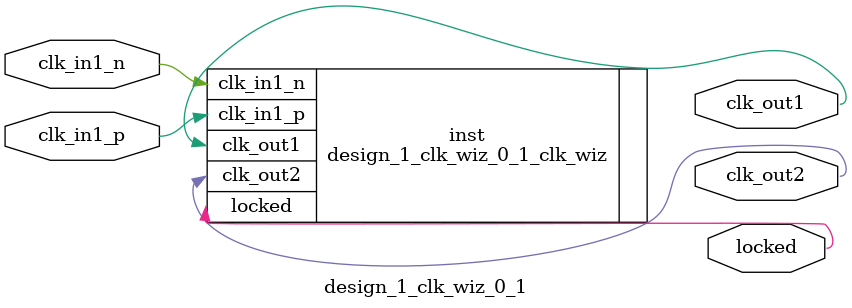
<source format=v>


`timescale 1ps/1ps

(* CORE_GENERATION_INFO = "design_1_clk_wiz_0_1,clk_wiz_v6_0_4_0_0,{component_name=design_1_clk_wiz_0_1,use_phase_alignment=false,use_min_o_jitter=false,use_max_i_jitter=false,use_dyn_phase_shift=false,use_inclk_switchover=false,use_dyn_reconfig=false,enable_axi=0,feedback_source=FDBK_AUTO,PRIMITIVE=MMCM,num_out_clk=2,clkin1_period=2.604,clkin2_period=10.0,use_power_down=false,use_reset=false,use_locked=true,use_inclk_stopped=false,feedback_type=SINGLE,CLOCK_MGR_TYPE=NA,manual_override=false}" *)

module design_1_clk_wiz_0_1 
 (
  // Clock out ports
  output        clk_out1,
  output        clk_out2,
  // Status and control signals
  output        locked,
 // Clock in ports
  input         clk_in1_p,
  input         clk_in1_n
 );

  design_1_clk_wiz_0_1_clk_wiz inst
  (
  // Clock out ports  
  .clk_out1(clk_out1),
  .clk_out2(clk_out2),
  // Status and control signals               
  .locked(locked),
 // Clock in ports
  .clk_in1_p(clk_in1_p),
  .clk_in1_n(clk_in1_n)
  );

endmodule

</source>
